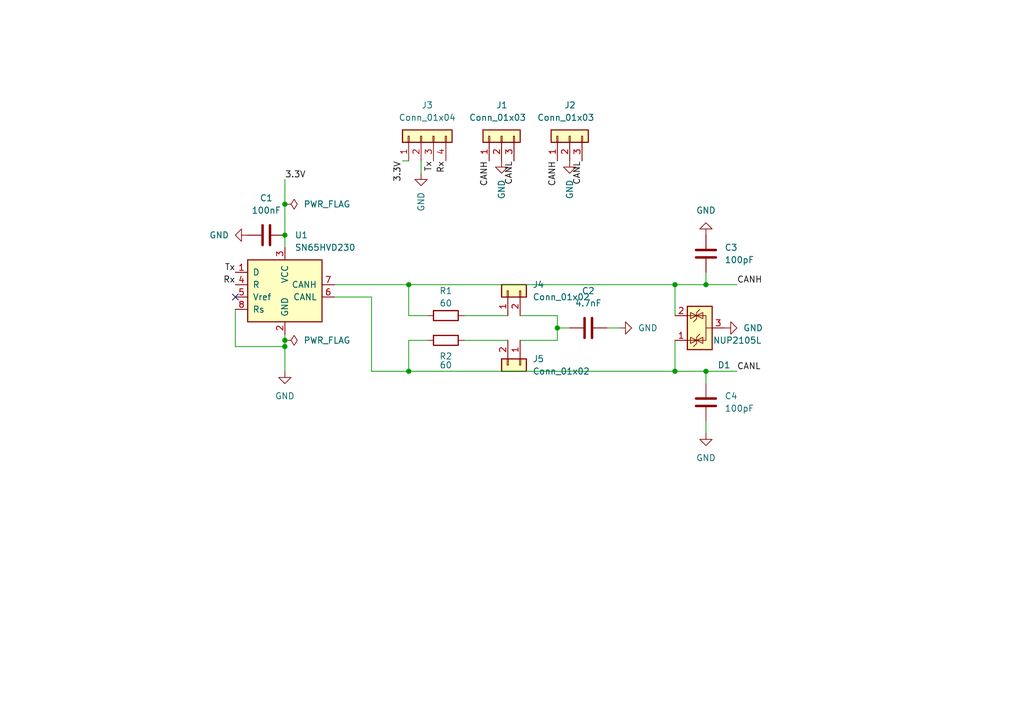
<source format=kicad_sch>
(kicad_sch (version 20230121) (generator eeschema)
  (paper "A5")
  (title_block (title "CAN transciever module") (date "2023-11-13") (rev "1") (company "Aalto University") (comment 1 "Author: Siim Kasela"))
  (lib_symbols
    (symbol "Connector_Generic:Conn_01x02" (pin_names (offset 1.016) hide)
      (property "Reference" "J" (at 0 2.54 0))
      (property "Value" "Conn_01x02" (at 0 -5.08 0))
      (symbol "Conn_01x02_1_1"
        (rectangle (start -1.27 -2.413) (end 0 -2.667) (stroke (width 0.1524)))
        (rectangle (start -1.27 0.127) (end 0 -0.127) (stroke (width 0.1524)))
        (rectangle (start -1.27 1.27) (end 1.27 -3.81) (stroke (width 0.254)) (fill (type background)))
        (pin passive line (at -5.08 0 0) (length 3.81) (name "Pin_1") (number "1"))
        (pin passive line (at -5.08 -2.54 0) (length 3.81) (name "Pin_2") (number "2"))
      )
    )
    (symbol "Connector_Generic:Conn_01x03" (pin_names (offset 1.016) hide)
      (property "Reference" "J" (at 0 5.08 0))
      (property "Value" "Conn_01x03" (at 0 -5.08 0))
      (symbol "Conn_01x03_1_1"
        (rectangle (start -1.27 -2.413) (end 0 -2.667) (stroke (width 0.1524)))
        (rectangle (start -1.27 0.127) (end 0 -0.127) (stroke (width 0.1524)))
        (rectangle (start -1.27 2.667) (end 0 2.413) (stroke (width 0.1524)))
        (rectangle (start -1.27 3.81) (end 1.27 -3.81) (stroke (width 0.254)) (fill (type background)))
        (pin passive line (at -5.08 2.54 0) (length 3.81) (name "Pin_1") (number "1"))
        (pin passive line (at -5.08 0 0) (length 3.81) (name "Pin_2") (number "2"))
        (pin passive line (at -5.08 -2.54 0) (length 3.81) (name "Pin_3") (number "3"))
      )
    )
    (symbol "Connector_Generic:Conn_01x04" (pin_names (offset 1.016) hide)
      (property "Reference" "J" (at 0 5.08 0))
      (property "Value" "Conn_01x04" (at 0 -7.62 0))
      (symbol "Conn_01x04_1_1"
        (rectangle (start -1.27 -4.953) (end 0 -5.207) (stroke (width 0.1524)))
        (rectangle (start -1.27 -2.413) (end 0 -2.667) (stroke (width 0.1524)))
        (rectangle (start -1.27 0.127) (end 0 -0.127) (stroke (width 0.1524)))
        (rectangle (start -1.27 2.667) (end 0 2.413) (stroke (width 0.1524)))
        (rectangle (start -1.27 3.81) (end 1.27 -6.35) (stroke (width 0.254)) (fill (type background)))
        (pin passive line (at -5.08 2.54 0) (length 3.81) (name "Pin_1") (number "1"))
        (pin passive line (at -5.08 0 0) (length 3.81) (name "Pin_2") (number "2"))
        (pin passive line (at -5.08 -2.54 0) (length 3.81) (name "Pin_3") (number "3"))
        (pin passive line (at -5.08 -5.08 0) (length 3.81) (name "Pin_4") (number "4"))
      )
    )
    (symbol "Device:C" (pin_numbers hide) (pin_names (offset 0.254))
      (property "Reference" "C" (at 0.635 2.54 0))
      (property "Value" "C" (at 0.635 -2.54 0))
      (symbol "C_0_1"
        (polyline (pts (xy -2.032 -0.762) (xy 2.032 -0.762)) (stroke (width 0.508)))
        (polyline (pts (xy -2.032 0.762) (xy 2.032 0.762)) (stroke (width 0.508)))
      )
      (symbol "C_1_1"
        (pin passive line (at 0 3.81 270) (length 2.794) (name "~") (number "1"))
        (pin passive line (at 0 -3.81 90) (length 2.794) (name "~") (number "2"))
      )
    )
    (symbol "Device:R" (pin_numbers hide) (pin_names (offset 0))
      (property "Reference" "R" (at 2.032 0 90))
      (property "Value" "R" (at 0 0 90))
      (symbol "R_0_1"
        (rectangle (start -1.016 -2.54) (end 1.016 2.54) (stroke (width 0.254)))
      )
      (symbol "R_1_1"
        (pin passive line (at 0 3.81 270) (length 1.27) (name "~") (number "1"))
        (pin passive line (at 0 -3.81 90) (length 1.27) (name "~") (number "2"))
      )
    )
    (symbol "GND_1" (power) (pin_names (offset 0))
      (property "Value" "GND_1" (at 0 -3.81 0))
      (symbol "GND_1_0_1"
        (polyline (pts (xy 0 0) (xy 0 -1.27) (xy 1.27 -1.27) (xy 0 -2.54) (xy -1.27 -1.27) (xy 0 -1.27)))
      )
      (symbol "GND_1_1_1"
        (pin power_in line (at 0 0 270) (length 0) hide (name "GND") (number "1"))
      )
    )
    (symbol "Interface_CAN_LIN:SN65HVD230" (pin_names (offset 1.016))
      (property "Reference" "U" (at -2.54 10.16 0))
      (property "Value" "SN65HVD230" (at -2.54 7.62 0))
      (symbol "SN65HVD230_0_1"
        (rectangle (start -7.62 5.08) (end 7.62 -7.62) (stroke (width 0.254)) (fill (type background)))
      )
      (symbol "SN65HVD230_1_1"
        (pin input line (at -10.16 2.54 0) (length 2.54) (name "D") (number "1"))
        (pin power_in line (at 0 -10.16 90) (length 2.54) (name "GND") (number "2"))
        (pin power_in line (at 0 7.62 270) (length 2.54) (name "VCC") (number "3"))
        (pin output line (at -10.16 0 0) (length 2.54) (name "R") (number "4"))
        (pin output line (at -10.16 -2.54 0) (length 2.54) (name "Vref") (number "5"))
        (pin bidirectional line (at 10.16 -2.54 180) (length 2.54) (name "CANL") (number "6"))
        (pin bidirectional line (at 10.16 0 180) (length 2.54) (name "CANH") (number "7"))
        (pin input line (at -10.16 -5.08 0) (length 2.54) (name "Rs") (number "8"))
      )
    )
    (symbol "Power_Protection:NUP2105L" (pin_names hide)
      (property "Reference" "D" (at 5.715 2.54 0))
      (property "Value" "NUP2105L" (at 5.715 0.635 0))
      (symbol "NUP2105L_0_0"
        (pin passive line (at 0 -5.08 90) (length 2.54) (name "A") (number "3"))
      )
      (symbol "NUP2105L_0_1"
        (rectangle (start -4.445 2.54) (end 4.445 -2.54) (stroke (width 0.254)) (fill (type background)))
        (polyline (pts (xy -2.54 2.54) (xy -2.54 0.635)))
        (polyline (pts (xy 0 -1.27) (xy 0 -2.54)))
        (polyline (pts (xy 2.54 2.54) (xy 2.54 0.635)))
        (polyline (pts (xy -3.81 1.27) (xy -3.175 0.635) (xy -1.905 0.635) (xy -1.27 0)))
        (polyline (pts (xy -2.54 0.635) (xy -2.54 -1.27) (xy 2.54 -1.27) (xy 2.54 0.635)))
        (polyline (pts (xy -2.54 0.635) (xy -1.905 -0.635) (xy -3.175 -0.635) (xy -2.54 0.635)))
        (polyline (pts (xy 2.54 0.635) (xy 1.905 -0.635) (xy 3.175 -0.635) (xy 2.54 0.635)))
        (polyline (pts (xy 2.54 0.635) (xy 3.175 1.905) (xy 1.905 1.905) (xy 2.54 0.635)))
        (polyline (pts (xy -2.54 0.635) (xy -3.175 1.905) (xy -1.905 1.905) (xy -2.54 0.635) (xy -2.54 1.27)))
        (polyline (pts (xy 1.27 1.27) (xy 1.905 0.635) (xy 2.54 0.635) (xy 3.175 0.635) (xy 3.81 0)))
      )
      (symbol "NUP2105L_1_1"
        (pin passive line (at -2.54 5.08 270) (length 2.54) (name "K") (number "1"))
        (pin passive line (at 2.54 5.08 270) (length 2.54) (name "K") (number "2"))
      )
    )
    (symbol "power:PWR_FLAG" (power) (pin_numbers hide) (pin_names (offset 0) hide)
      (property "Value" "PWR_FLAG" (at 0 3.81 0))
      (symbol "PWR_FLAG_0_0"
        (pin power_out line (at 0 0 90) (length 0) (name "pwr") (number "1"))
      )
      (symbol "PWR_FLAG_0_1"
        (polyline (pts (xy 0 0) (xy 0 1.27) (xy -1.016 1.905) (xy 0 2.54) (xy 1.016 1.905) (xy 0 1.27)))
      )
    )
  )
  (junction (at 83.82 58.42))
  (junction (at 144.78 58.42))
  (junction (at 58.42 69.85))
  (junction (at 58.42 41.91))
  (junction (at 114.3 67.31))
  (junction (at 83.82 76.2))
  (junction (at 138.43 58.42))
  (junction (at 58.42 48.26))
  (junction (at 144.78 76.2))
  (junction (at 138.43 76.2))
  (junction (at 58.42 71.12))
  (no_connect (at 48.26 60.96))
  (wire (pts (xy 138.43 58.42) (xy 144.78 58.42)))
  (wire (pts (xy 144.78 86.36) (xy 144.78 88.9)))
  (wire (pts (xy 58.42 41.91) (xy 58.42 48.26)))
  (wire (pts (xy 144.78 76.2) (xy 151.13 76.2)))
  (wire (pts (xy 58.42 71.12) (xy 58.42 76.2)))
  (wire (pts (xy 95.25 64.77) (xy 104.14 64.77)))
  (wire (pts (xy 58.42 68.58) (xy 58.42 69.85)))
  (wire (pts (xy 48.26 71.12) (xy 58.42 71.12)))
  (wire (pts (xy 144.78 55.88) (xy 144.78 58.42)))
  (wire (pts (xy 58.42 48.26) (xy 58.42 50.8)))
  (wire (pts (xy 58.42 36.83) (xy 58.42 41.91)))
  (wire (pts (xy 58.42 69.85) (xy 58.42 71.12)))
  (wire (pts (xy 138.43 58.42) (xy 138.43 64.77)))
  (wire (pts (xy 83.82 69.85) (xy 83.82 76.2)))
  (wire (pts (xy 124.46 67.31) (xy 127 67.31)))
  (wire (pts (xy 83.82 64.77) (xy 83.82 58.42)))
  (wire (pts (xy 144.78 76.2) (xy 144.78 78.74)))
  (wire (pts (xy 83.82 58.42) (xy 138.43 58.42)))
  (wire (pts (xy 95.25 69.85) (xy 104.14 69.85)))
  (wire (pts (xy 76.2 76.2) (xy 83.82 76.2)))
  (wire (pts (xy 87.63 64.77) (xy 83.82 64.77)))
  (wire (pts (xy 144.78 58.42) (xy 151.13 58.42)))
  (wire (pts (xy 68.58 58.42) (xy 83.82 58.42)))
  (wire (pts (xy 86.36 33.02) (xy 86.36 35.56)))
  (wire (pts (xy 138.43 69.85) (xy 138.43 76.2)))
  (wire (pts (xy 83.82 33.02) (xy 82.55 33.02)))
  (wire (pts (xy 48.26 63.5) (xy 48.26 71.12)))
  (wire (pts (xy 114.3 67.31) (xy 114.3 69.85)))
  (wire (pts (xy 114.3 67.31) (xy 114.3 64.77)))
  (wire (pts (xy 116.84 67.31) (xy 114.3 67.31)))
  (wire (pts (xy 68.58 60.96) (xy 76.2 60.96)))
  (wire (pts (xy 87.63 69.85) (xy 83.82 69.85)))
  (wire (pts (xy 83.82 76.2) (xy 138.43 76.2)))
  (wire (pts (xy 106.68 69.85) (xy 114.3 69.85)))
  (wire (pts (xy 138.43 76.2) (xy 144.78 76.2)))
  (wire (pts (xy 106.68 64.77) (xy 114.3 64.77)))
  (wire (pts (xy 76.2 60.96) (xy 76.2 76.2)))
  (label "CANH" (at 151.13 58.42 0))
  (label "Rx" (at 48.26 58.42 180))
  (label "Rx" (at 91.44 33.02 270))
  (label "3.3V" (at 58.42 36.83 0))
  (label "CANH" (at 114.3 33.02 270))
  (label "3.3V" (at 82.55 33.02 270))
  (label "CANL" (at 105.41 33.02 270))
  (label "CANH" (at 100.33 33.02 270))
  (label "Tx" (at 48.26 55.88 180))
  (label "Tx" (at 88.9 33.02 270))
  (label "CANL" (at 151.13 76.2 0))
  (label "CANL" (at 119.38 33.02 270))
  (symbol (lib_id "Connector_Generic:Conn_01x03") (at 116.84 27.94 90) (unit 1)
    (property "Reference" "J2" (at 118.11 21.59 90) (effects (justify left)))
    (property "Value" "Conn_01x03" (at 121.92 24.13 90) (effects (justify left)))
    (property "Footprint" "Connector_JST:JST_PH_B3B-PH-K_1x03_P2.00mm_Vertical" (effects hide))
  )
  (symbol (lib_id "Power_Protection:NUP2105L") (at 143.51 67.31 90) (unit 1)
    (property "Reference" "D1" (at 149.86 74.93 90) (effects (justify left)))
    (property "Value" "NUP2105L" (at 156.21 69.85 90) (effects (justify left)))
    (property "Footprint" "Package_TO_SOT_SMD:SOT-23" (effects hide))
    (property "Datasheet" "http://www.onsemi.com/pub_link/Collateral/NUP2105L-D.PDF" (effects hide))
  )
  (symbol (lib_name "GND_1") (lib_id "power:GND") (at 50.8 48.26 270) (unit 1)
    (property "Reference" "#PWR03" (effects hide))
    (property "Value" "GND" (at 46.99 48.26 90) (effects (justify right)))
  )
  (symbol (lib_name "GND_1") (lib_id "power:GND") (at 144.78 88.9 0) (unit 1)
    (property "Reference" "#PWR06" (effects hide))
    (property "Value" "GND" (at 144.78 93.98 0))
  )
  (symbol (lib_id "Device:C") (at 120.65 67.31 90) (unit 1)
    (property "Reference" "C2" (at 120.65 59.69 90))
    (property "Value" "4.7nF" (at 120.65 62.23 90))
    (property "Footprint" "Capacitor_SMD:C_0805_2012Metric_Pad1.18x1.45mm_HandSolder" (effects hide))
  )
  (symbol (lib_name "GND_1") (lib_id "power:GND") (at 148.59 67.31 90) (unit 1)
    (property "Reference" "#PWR05" (effects hide))
    (property "Value" "GND" (at 152.4 67.31 90) (effects (justify right)))
  )
  (symbol (lib_id "Connector_Generic:Conn_01x04") (at 86.36 27.94 90) (unit 1)
    (property "Reference" "J3" (at 87.63 21.59 90))
    (property "Value" "Conn_01x04" (at 87.63 24.13 90))
    (property "Footprint" "Connector_PinHeader_2.54mm:PinHeader_1x04_P2.54mm_Vertical" (effects hide))
  )
  (symbol (lib_id "Device:C") (at 54.61 48.26 90) (unit 1)
    (property "Reference" "C1" (at 54.61 40.64 90))
    (property "Value" "100nF" (at 54.61 43.18 90))
    (property "Footprint" "Capacitor_SMD:C_0805_2012Metric_Pad1.18x1.45mm_HandSolder" (effects hide))
  )
  (symbol (lib_name "GND_1") (lib_id "power:GND") (at 144.78 48.26 180) (unit 1)
    (property "Reference" "#PWR09" (effects hide))
    (property "Value" "GND" (at 144.78 43.18 0))
  )
  (symbol (lib_id "Connector_Generic:Conn_01x02") (at 104.14 59.69 90) (unit 1)
    (property "Reference" "J4" (at 109.22 58.42 90) (effects (justify right)))
    (property "Value" "Conn_01x02" (at 109.22 60.96 90) (effects (justify right)))
    (property "Footprint" "Connector_PinHeader_2.54mm:PinHeader_1x02_P2.54mm_Vertical" (effects hide))
  )
  (symbol (lib_name "GND_1") (lib_id "power:GND") (at 58.42 76.2 0) (unit 1)
    (property "Reference" "#PWR01" (effects hide))
    (property "Value" "GND" (at 58.42 81.28 0))
  )
  (symbol (lib_id "power:PWR_FLAG") (at 58.42 69.85 270) (unit 1)
    (property "Reference" "#FLG02" (effects hide))
    (property "Value" "PWR_FLAG" (at 62.23 69.85 90) (effects (justify left)))
  )
  (symbol (lib_id "Connector_Generic:Conn_01x03") (at 102.87 27.94 90) (unit 1)
    (property "Reference" "J1" (at 104.14 21.59 90) (effects (justify left)))
    (property "Value" "Conn_01x03" (at 107.95 24.13 90) (effects (justify left)))
    (property "Footprint" "Connector_JST:JST_PH_B3B-PH-K_1x03_P2.00mm_Vertical" (effects hide))
  )
  (symbol (lib_id "Device:R") (at 91.44 69.85 90) (unit 1)
    (property "Reference" "R2" (at 91.44 72.39 90) (effects (justify bottom)))
    (property "Value" "60" (at 91.44 74.93 90))
    (property "Footprint" "Resistor_SMD:R_0805_2012Metric_Pad1.20x1.40mm_HandSolder" (effects hide))
  )
  (symbol (lib_id "Interface_CAN_LIN:SN65HVD230") (at 58.42 58.42 0) (unit 1)
    (property "Reference" "U1" (at 60.4394 48.26 0) (effects (justify left)))
    (property "Value" "SN65HVD230" (at 60.4394 50.8 0) (effects (justify left)))
    (property "Footprint" "Package_SO:SOIC-8_3.9x4.9mm_P1.27mm" (effects hide))
    (property "Datasheet" "http://www.ti.com/lit/ds/symlink/sn65hvd230.pdf" (effects hide))
  )
  (symbol (lib_id "Device:R") (at 91.44 64.77 90) (unit 1)
    (property "Reference" "R1" (at 91.44 59.69 90))
    (property "Value" "60" (at 91.44 62.23 90))
    (property "Footprint" "Resistor_SMD:R_0805_2012Metric_Pad1.20x1.40mm_HandSolder" (effects hide))
  )
  (symbol (lib_name "GND_1") (lib_id "power:GND") (at 86.36 35.56 0) (unit 1)
    (property "Reference" "#PWR02" (effects hide))
    (property "Value" "GND" (at 86.36 39.37 90) (effects (justify right)))
  )
  (symbol (lib_id "Device:C") (at 144.78 52.07 180) (unit 1)
    (property "Reference" "C3" (at 148.59 50.8 0) (effects (justify right)))
    (property "Value" "100pF" (at 148.59 53.34 0) (effects (justify right)))
    (property "Footprint" "Capacitor_SMD:C_0805_2012Metric_Pad1.18x1.45mm_HandSolder" (effects hide))
  )
  (symbol (lib_name "GND_1") (lib_id "power:GND") (at 102.87 33.02 0) (unit 1)
    (property "Reference" "#PWR07" (effects hide))
    (property "Value" "GND" (at 102.87 36.83 90) (effects (justify right)))
  )
  (symbol (lib_id "power:PWR_FLAG") (at 58.42 41.91 270) (unit 1)
    (property "Reference" "#FLG01" (effects hide))
    (property "Value" "PWR_FLAG" (at 62.23 41.91 90) (effects (justify left)))
  )
  (symbol (lib_id "Connector_Generic:Conn_01x02") (at 106.68 74.93 270) (unit 1)
    (property "Reference" "J5" (at 109.22 73.66 90) (effects (justify left)))
    (property "Value" "Conn_01x02" (at 109.22 76.2 90) (effects (justify left)))
    (property "Footprint" "Connector_PinHeader_2.54mm:PinHeader_1x02_P2.54mm_Vertical" (effects hide))
  )
  (symbol (lib_name "GND_1") (lib_id "power:GND") (at 116.84 33.02 0) (unit 1)
    (property "Reference" "#PWR08" (effects hide))
    (property "Value" "GND" (at 116.84 36.83 90) (effects (justify right)))
  )
  (symbol (lib_id "Device:C") (at 144.78 82.55 180) (unit 1)
    (property "Reference" "C4" (at 148.59 81.28 0) (effects (justify right)))
    (property "Value" "100pF" (at 148.59 83.82 0) (effects (justify right)))
    (property "Footprint" "Capacitor_SMD:C_0805_2012Metric_Pad1.18x1.45mm_HandSolder" (effects hide))
  )
  (symbol (lib_name "GND_1") (lib_id "power:GND") (at 127 67.31 90) (unit 1)
    (property "Reference" "#PWR04" (effects hide))
    (property "Value" "GND" (at 130.81 67.31 90) (effects (justify right)))
  )
)
</source>
